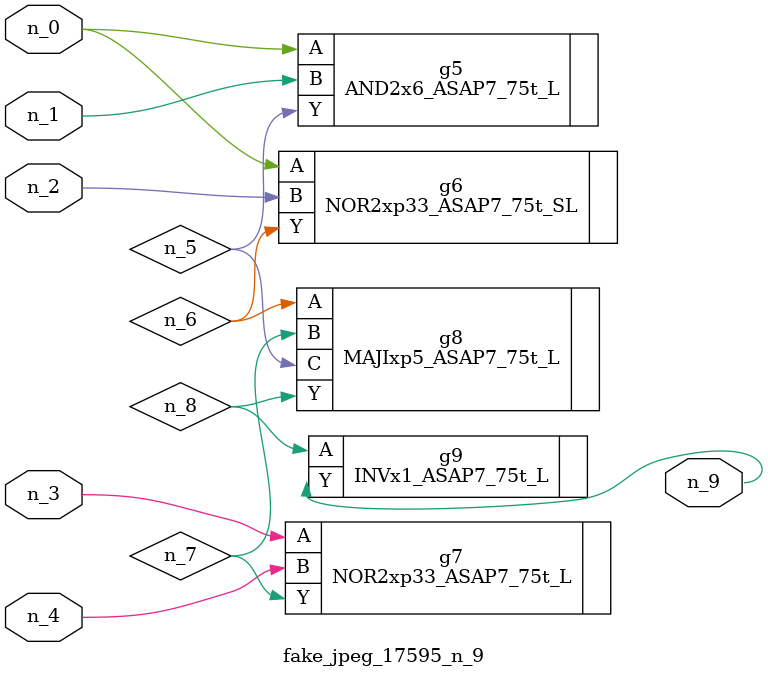
<source format=v>
module fake_jpeg_17595_n_9 (n_3, n_2, n_1, n_0, n_4, n_9);

input n_3;
input n_2;
input n_1;
input n_0;
input n_4;

output n_9;

wire n_8;
wire n_6;
wire n_5;
wire n_7;

AND2x6_ASAP7_75t_L g5 ( 
.A(n_0),
.B(n_1),
.Y(n_5)
);

NOR2xp33_ASAP7_75t_SL g6 ( 
.A(n_0),
.B(n_2),
.Y(n_6)
);

NOR2xp33_ASAP7_75t_L g7 ( 
.A(n_3),
.B(n_4),
.Y(n_7)
);

MAJIxp5_ASAP7_75t_L g8 ( 
.A(n_6),
.B(n_7),
.C(n_5),
.Y(n_8)
);

INVx1_ASAP7_75t_L g9 ( 
.A(n_8),
.Y(n_9)
);


endmodule
</source>
